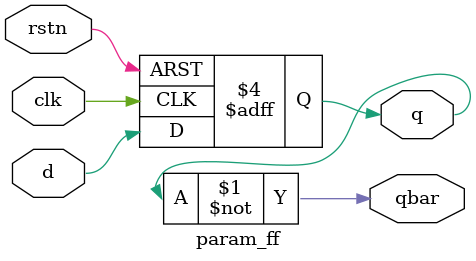
<source format=v>
module param_ff 
#(
    parameter FF_TYPE = "DFF"  // Parameter to select flip-flop type: "DFF" or "TFF"
)(
    input wire d,     // Data or toggle input
    input wire rstn,  // Active low reset
    input wire clk,   // Clock input
    output reg q,     // Output
    output wire qbar  // Complement of the output
);

    // qbar is always the complement of q
    assign qbar = ~q;

    // Always block triggered on the rising edge of clk or falling edge of rstn
    always @(posedge clk or negedge rstn) begin
        if (!rstn) begin
            // If reset is active (low), set q to 0
            q <= 0;
        end else begin
            if (FF_TYPE == "DFF") begin
                // D Flip-Flop behavior: q follows d
                q <= d;
            end else if (FF_TYPE == "TFF") begin
                // T Flip-Flop behavior: q toggles if d (toggle input) is 1
                q <= q ^ d;
            end
        end
    end

endmodule
/*
    generate
        if (FF_TYPE == "DFF") begin : dff_inst
            dff dff_module (
                .d(d),
                .rstn(rstn),
                .clk(clk),
                .q(q),
                .qbar(qbar)
            );
        end else if (FF_TYPE == "TFF") begin : tff_inst
            tff tff_module (
                .t(d),      // 'd' acts as 't' in T Flip-Flop mode
                .rstn(rstn),
                .clk(clk),
                .q(q),
                .qbar(qbar)
            );
        end
    endgenerate
*/

</source>
